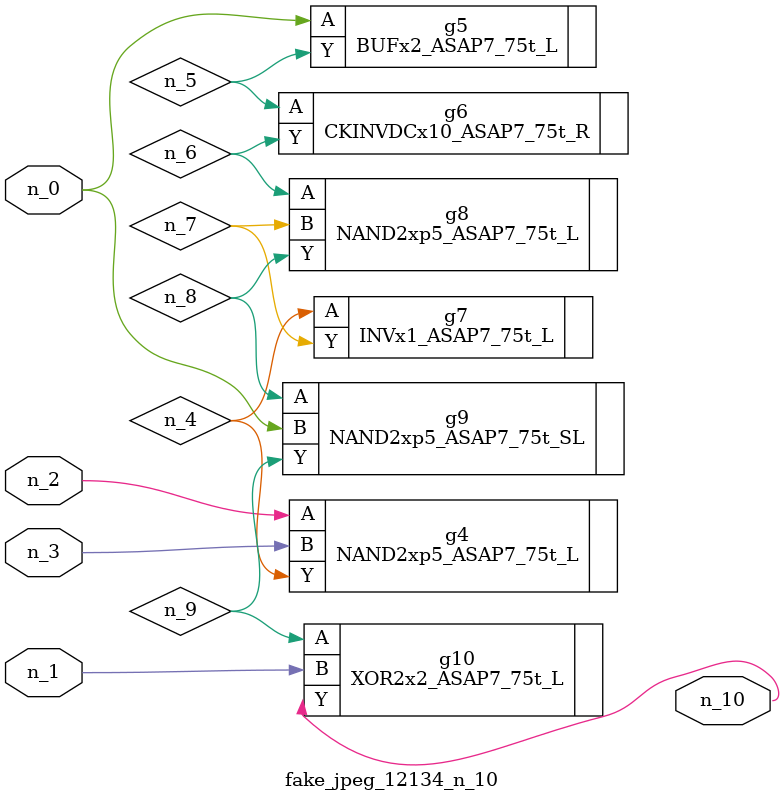
<source format=v>
module fake_jpeg_12134_n_10 (n_0, n_3, n_2, n_1, n_10);

input n_0;
input n_3;
input n_2;
input n_1;

output n_10;

wire n_4;
wire n_8;
wire n_9;
wire n_6;
wire n_5;
wire n_7;

NAND2xp5_ASAP7_75t_L g4 ( 
.A(n_2),
.B(n_3),
.Y(n_4)
);

BUFx2_ASAP7_75t_L g5 ( 
.A(n_0),
.Y(n_5)
);

CKINVDCx10_ASAP7_75t_R g6 ( 
.A(n_5),
.Y(n_6)
);

NAND2xp5_ASAP7_75t_L g8 ( 
.A(n_6),
.B(n_7),
.Y(n_8)
);

INVx1_ASAP7_75t_L g7 ( 
.A(n_4),
.Y(n_7)
);

NAND2xp5_ASAP7_75t_SL g9 ( 
.A(n_8),
.B(n_0),
.Y(n_9)
);

XOR2x2_ASAP7_75t_L g10 ( 
.A(n_9),
.B(n_1),
.Y(n_10)
);


endmodule
</source>
